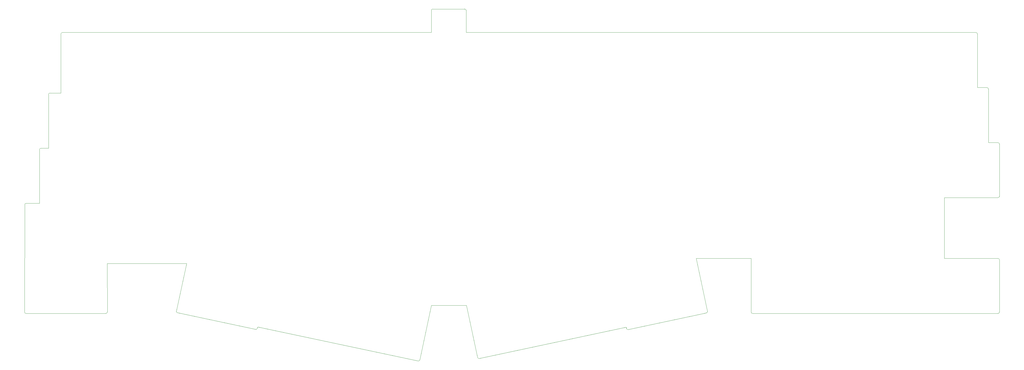
<source format=gbr>
G04 #@! TF.GenerationSoftware,KiCad,Pcbnew,(6.0.1)*
G04 #@! TF.CreationDate,2022-08-01T23:00:39+09:00*
G04 #@! TF.ProjectId,Skeleton68_underglow,536b656c-6574-46f6-9e36-385f756e6465,rev?*
G04 #@! TF.SameCoordinates,Original*
G04 #@! TF.FileFunction,Profile,NP*
%FSLAX46Y46*%
G04 Gerber Fmt 4.6, Leading zero omitted, Abs format (unit mm)*
G04 Created by KiCad (PCBNEW (6.0.1)) date 2022-08-01 23:00:39*
%MOMM*%
%LPD*%
G01*
G04 APERTURE LIST*
G04 #@! TA.AperFunction,Profile*
%ADD10C,0.100000*%
G04 #@! TD*
G04 APERTURE END LIST*
D10*
X219150000Y-109510000D02*
X168300000Y-120330000D01*
X347550000Y-104790000D02*
G75*
G03*
X348050000Y-104290000I-1J500001D01*
G01*
X347540000Y-85720000D02*
X328990000Y-85720000D01*
X344240000Y-45720000D02*
X344230000Y-27170000D01*
X11430000Y-104280000D02*
G75*
G03*
X11930000Y-104780000I500001J1D01*
G01*
X219150000Y-109510000D02*
X219243553Y-109866447D01*
X348050000Y-46220000D02*
G75*
G03*
X347550000Y-45720000I-500001J-1D01*
G01*
X91326447Y-110296447D02*
X64320000Y-104540000D01*
X17170000Y-47620000D02*
X19720000Y-47620000D01*
X20210000Y-28570000D02*
X24000000Y-28570000D01*
X19720000Y-47620000D02*
X19710000Y-29070000D01*
X246730000Y-104620000D02*
G75*
G03*
X247230000Y-104120000I-1J500001D01*
G01*
X16570000Y-66700000D02*
X16570000Y-48220000D01*
X247230000Y-104120000D02*
X243320000Y-85730000D01*
X340420000Y-26670000D02*
X340420000Y-8120000D01*
X348040000Y-86220000D02*
G75*
G03*
X347540000Y-85720000I-500001J-1D01*
G01*
X163900000Y0D02*
X163900000Y-7620000D01*
X163900000Y-7620000D02*
X339920000Y-7620000D01*
X12000000Y-66690000D02*
G75*
G03*
X11500000Y-67190000I1J-500001D01*
G01*
X39510000Y-104770000D02*
X11930000Y-104780000D01*
X24500000Y-7620000D02*
X151900000Y-7620000D01*
X40010000Y-104270000D02*
X40000000Y-87500000D01*
X39510000Y-104770000D02*
G75*
G03*
X40010000Y-104270000I-1J500001D01*
G01*
X163900000Y0D02*
G75*
G03*
X163400000Y500000I-500001J-1D01*
G01*
X63820000Y-104040000D02*
G75*
G03*
X64320000Y-104540000I500001J1D01*
G01*
X91910000Y-109430000D02*
X91826447Y-109796447D01*
X147420000Y-121240000D02*
G75*
G03*
X147920000Y-120740000I-1J500001D01*
G01*
X24500000Y-7620000D02*
G75*
G03*
X24000000Y-8120000I1J-500001D01*
G01*
X328990000Y-85720000D02*
X328990000Y-64760000D01*
X67360000Y-87500000D02*
X63820000Y-104040000D01*
X347540000Y-64770000D02*
G75*
G03*
X348040000Y-64270000I-1J500001D01*
G01*
X147420000Y-121240000D02*
X91910000Y-109430000D01*
X348040000Y-64270000D02*
X348050000Y-46220000D01*
X12000000Y-66690000D02*
X16570000Y-66700000D01*
X262310000Y-104280000D02*
G75*
G03*
X262810000Y-104780000I500001J1D01*
G01*
X151900000Y-102000000D02*
X164020000Y-102010000D01*
X151900000Y-7620000D02*
X151900000Y0D01*
X347550000Y-104790000D02*
X262810000Y-104780000D01*
X344230000Y-27170000D02*
G75*
G03*
X343730000Y-26670000I-500001J-1D01*
G01*
X328990000Y-64760000D02*
X347540000Y-64770000D01*
X343730000Y-26670000D02*
X340420000Y-26670000D01*
X262310000Y-85730000D02*
X262310000Y-104280000D01*
X243320000Y-85730000D02*
X262310000Y-85730000D01*
X11430000Y-104280000D02*
X11500000Y-67190000D01*
X91326447Y-110296447D02*
G75*
G03*
X91826447Y-109796447I-1J500001D01*
G01*
X348040000Y-86220000D02*
X348050000Y-104290000D01*
X24000000Y-28570000D02*
X24000000Y-8120000D01*
X167800000Y-119830000D02*
G75*
G03*
X168300000Y-120330000I500001J1D01*
G01*
X219243553Y-109866447D02*
G75*
G03*
X219743553Y-110366447I500001J1D01*
G01*
X17170000Y-47620000D02*
G75*
G03*
X16570000Y-48220000I0J-600000D01*
G01*
X152400000Y500000D02*
G75*
G03*
X151900000Y0I1J-500001D01*
G01*
X147920000Y-120740000D02*
X151900000Y-102000000D01*
X20210000Y-28570000D02*
G75*
G03*
X19710000Y-29070000I1J-500001D01*
G01*
X152400000Y500000D02*
X163400000Y500000D01*
X164020000Y-102010000D02*
X167800000Y-119830000D01*
X219743553Y-110366447D02*
X246730000Y-104620000D01*
X340420000Y-8120000D02*
G75*
G03*
X339920000Y-7620000I-500001J-1D01*
G01*
X40000000Y-87500000D02*
X67360000Y-87500000D01*
X347550000Y-45720000D02*
X344240000Y-45720000D01*
M02*

</source>
